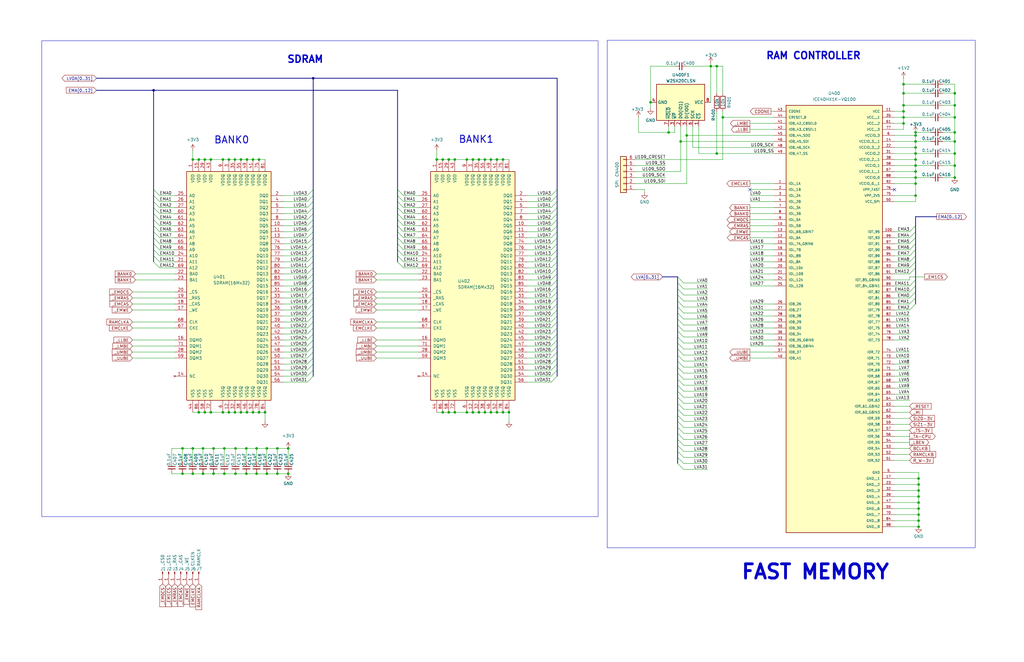
<source format=kicad_sch>
(kicad_sch (version 20231120) (generator "eeschema") (generator_version "8.0")
  (paper "B")
  (title_block (title "AmigaPCI 68040 Local Bus Card") (date "2025-08-14") (rev "5.0"))
  (junction (at 304.8 49.53))
  (junction (at 386.08 55.88))
  (junction (at 214.63 173.99))
  (junction (at 90.043 199.898))
  (junction (at 386.08 62.23))
  (junction (at 186.69 67.31))
  (junction (at 281.94 55.88))
  (junction (at 199.39 173.99))
  (junction (at 387.35 209.55))
  (junction (at 112.522 189.23))
  (junction (at 212.09 173.99))
  (junction (at 402.59 69.85))
  (junction (at 81.28 189.23))
  (junction (at 402.59 39.37))
  (junction (at 111.76 173.99))
  (junction (at 101.6 173.99))
  (junction (at 274.32 43.18))
  (junction (at 184.15 67.31))
  (junction (at 83.82 173.99))
  (junction (at 386.08 67.31))
  (junction (at 204.47 67.31))
  (junction (at 88.9 67.31))
  (junction (at 201.93 173.99))
  (junction (at 96.52 173.99))
  (junction (at 381 35.56))
  (junction (at 207.01 67.31))
  (junction (at 93.98 173.99))
  (junction (at 209.55 173.99))
  (junction (at 81.28 199.898))
  (junction (at 108.204 189.23))
  (junction (at 386.08 64.77))
  (junction (at 189.23 67.31))
  (junction (at 299.72 27.94))
  (junction (at 381 52.07))
  (junction (at 116.967 199.898))
  (junction (at 207.01 173.99))
  (junction (at 64.77 38.1))
  (junction (at 88.9 173.99))
  (junction (at 302.26 64.77))
  (junction (at 94.615 189.23))
  (junction (at 85.598 189.23))
  (junction (at 94.615 199.898))
  (junction (at 201.93 67.31))
  (junction (at 108.204 199.898))
  (junction (at 93.98 67.31))
  (junction (at 387.35 219.71))
  (junction (at 196.85 173.99))
  (junction (at 386.08 59.69))
  (junction (at 189.23 173.99))
  (junction (at 402.59 64.77))
  (junction (at 106.68 173.99))
  (junction (at 402.59 49.53))
  (junction (at 204.47 173.99))
  (junction (at 76.962 199.898))
  (junction (at 289.56 57.15))
  (junction (at 90.043 189.23))
  (junction (at 99.314 189.23))
  (junction (at 121.539 199.898))
  (junction (at 302.26 27.94))
  (junction (at 387.35 207.01))
  (junction (at 199.39 67.31))
  (junction (at 386.08 82.55))
  (junction (at 381 39.37))
  (junction (at 386.08 69.85))
  (junction (at 121.539 189.23))
  (junction (at 191.77 173.99))
  (junction (at 109.22 67.31))
  (junction (at 76.962 189.23))
  (junction (at 104.14 67.31))
  (junction (at 112.522 199.898))
  (junction (at 386.08 72.39))
  (junction (at 103.886 189.23))
  (junction (at 101.6 67.31))
  (junction (at 402.59 44.45))
  (junction (at 116.967 189.23))
  (junction (at 96.52 67.31))
  (junction (at 209.55 67.31))
  (junction (at 85.598 199.898))
  (junction (at 81.28 67.31))
  (junction (at 103.886 199.898))
  (junction (at 402.59 55.88))
  (junction (at 132.08 33.02))
  (junction (at 86.36 67.31))
  (junction (at 387.35 204.47))
  (junction (at 212.09 67.31))
  (junction (at 196.85 67.31))
  (junction (at 86.36 173.99))
  (junction (at 387.35 201.93))
  (junction (at 99.06 173.99))
  (junction (at 381 46.99))
  (junction (at 83.82 67.31))
  (junction (at 386.08 57.15))
  (junction (at 99.314 199.898))
  (junction (at 387.35 212.09))
  (junction (at 387.35 222.25))
  (junction (at 104.14 173.99))
  (junction (at 387.35 214.63))
  (junction (at 402.59 74.93))
  (junction (at 386.08 77.47))
  (junction (at 381 44.45))
  (junction (at 109.22 173.99))
  (junction (at 386.08 74.93))
  (junction (at 387.35 217.17))
  (junction (at 191.77 67.31))
  (junction (at 186.69 173.99))
  (junction (at 402.59 59.69))
  (junction (at 381 49.53))
  (junction (at 106.68 67.31))
  (junction (at 287.02 59.69))
  (junction (at 99.06 67.31))
  (no_connect (at 316.23 80.01))
  (no_connect (at 377.19 80.01))
  (bus_entry (at 129.54 140.97) (size 2.54 -2.54))
  (bus_entry (at 129.54 130.81) (size 2.54 -2.54))
  (bus_entry (at 129.54 97.79) (size 2.54 -2.54))
  (bus_entry (at 288.29 162.56) (size -2.54 -2.54))
  (bus_entry (at 170.18 107.95) (size -2.54 -2.54))
  (bus_entry (at 288.29 132.08) (size -2.54 -2.54))
  (bus_entry (at 288.29 165.1) (size -2.54 -2.54))
  (bus_entry (at 383.54 120.65) (size 2.54 -2.54))
  (bus_entry (at 67.31 102.87) (size -2.54 -2.54))
  (bus_entry (at 383.54 113.03) (size 2.54 -2.54))
  (bus_entry (at 288.29 182.88) (size -2.54 -2.54))
  (bus_entry (at 67.31 97.79) (size -2.54 -2.54))
  (bus_entry (at 232.41 133.35) (size 2.54 -2.54))
  (bus_entry (at 288.29 119.38) (size -2.54 -2.54))
  (bus_entry (at 170.18 102.87) (size -2.54 -2.54))
  (bus_entry (at 288.29 127) (size -2.54 -2.54))
  (bus_entry (at 288.29 198.12) (size -2.54 -2.54))
  (bus_entry (at 129.54 100.33) (size 2.54 -2.54))
  (bus_entry (at 67.31 100.33) (size -2.54 -2.54))
  (bus_entry (at 129.54 146.05) (size 2.54 -2.54))
  (bus_entry (at 288.29 185.42) (size -2.54 -2.54))
  (bus_entry (at 170.18 85.09) (size -2.54 -2.54))
  (bus_entry (at 288.29 167.64) (size -2.54 -2.54))
  (bus_entry (at 288.29 172.72) (size -2.54 -2.54))
  (bus_entry (at 67.31 85.09) (size -2.54 -2.54))
  (bus_entry (at 232.41 100.33) (size 2.54 -2.54))
  (bus_entry (at 383.54 105.41) (size 2.54 -2.54))
  (bus_entry (at 129.54 110.49) (size 2.54 -2.54))
  (bus_entry (at 383.54 110.49) (size 2.54 -2.54))
  (bus_entry (at 288.29 137.16) (size -2.54 -2.54))
  (bus_entry (at 129.54 115.57) (size 2.54 -2.54))
  (bus_entry (at 288.29 152.4) (size -2.54 -2.54))
  (bus_entry (at 67.31 92.71) (size -2.54 -2.54))
  (bus_entry (at 232.41 140.97) (size 2.54 -2.54))
  (bus_entry (at 129.54 161.29) (size 2.54 -2.54))
  (bus_entry (at 129.54 156.21) (size 2.54 -2.54))
  (bus_entry (at 170.18 82.55) (size -2.54 -2.54))
  (bus_entry (at 129.54 148.59) (size 2.54 -2.54))
  (bus_entry (at 129.54 87.63) (size 2.54 -2.54))
  (bus_entry (at 383.54 130.81) (size 2.54 -2.54))
  (bus_entry (at 288.29 121.92) (size -2.54 -2.54))
  (bus_entry (at 129.54 92.71) (size 2.54 -2.54))
  (bus_entry (at 383.54 107.95) (size 2.54 -2.54))
  (bus_entry (at 170.18 97.79) (size -2.54 -2.54))
  (bus_entry (at 232.41 118.11) (size 2.54 -2.54))
  (bus_entry (at 67.31 113.03) (size -2.54 -2.54))
  (bus_entry (at 129.54 125.73) (size 2.54 -2.54))
  (bus_entry (at 383.54 100.33) (size 2.54 -2.54))
  (bus_entry (at 232.41 146.05) (size 2.54 -2.54))
  (bus_entry (at 288.29 187.96) (size -2.54 -2.54))
  (bus_entry (at 129.54 82.55) (size 2.54 -2.54))
  (bus_entry (at 170.18 113.03) (size -2.54 -2.54))
  (bus_entry (at 67.31 105.41) (size -2.54 -2.54))
  (bus_entry (at 288.29 180.34) (size -2.54 -2.54))
  (bus_entry (at 232.41 156.21) (size 2.54 -2.54))
  (bus_entry (at 288.29 129.54) (size -2.54 -2.54))
  (bus_entry (at 232.41 107.95) (size 2.54 -2.54))
  (bus_entry (at 129.54 158.75) (size 2.54 -2.54))
  (bus_entry (at 383.54 125.73) (size 2.54 -2.54))
  (bus_entry (at 67.31 110.49) (size -2.54 -2.54))
  (bus_entry (at 232.41 128.27) (size 2.54 -2.54))
  (bus_entry (at 170.18 90.17) (size -2.54 -2.54))
  (bus_entry (at 129.54 133.35) (size 2.54 -2.54))
  (bus_entry (at 129.54 123.19) (size 2.54 -2.54))
  (bus_entry (at 288.29 170.18) (size -2.54 -2.54))
  (bus_entry (at 383.54 102.87) (size 2.54 -2.54))
  (bus_entry (at 232.41 153.67) (size 2.54 -2.54))
  (bus_entry (at 129.54 153.67) (size 2.54 -2.54))
  (bus_entry (at 288.29 139.7) (size -2.54 -2.54))
  (bus_entry (at 232.41 113.03) (size 2.54 -2.54))
  (bus_entry (at 129.54 143.51) (size 2.54 -2.54))
  (bus_entry (at 232.41 97.79) (size 2.54 -2.54))
  (bus_entry (at 232.41 90.17) (size 2.54 -2.54))
  (bus_entry (at 232.41 95.25) (size 2.54 -2.54))
  (bus_entry (at 129.54 90.17) (size 2.54 -2.54))
  (bus_entry (at 232.41 138.43) (size 2.54 -2.54))
  (bus_entry (at 232.41 130.81) (size 2.54 -2.54))
  (bus_entry (at 232.41 158.75) (size 2.54 -2.54))
  (bus_entry (at 232.41 102.87) (size 2.54 -2.54))
  (bus_entry (at 232.41 151.13) (size 2.54 -2.54))
  (bus_entry (at 170.18 105.41) (size -2.54 -2.54))
  (bus_entry (at 232.41 125.73) (size 2.54 -2.54))
  (bus_entry (at 170.18 95.25) (size -2.54 -2.54))
  (bus_entry (at 129.54 120.65) (size 2.54 -2.54))
  (bus_entry (at 232.41 105.41) (size 2.54 -2.54))
  (bus_entry (at 232.41 115.57) (size 2.54 -2.54))
  (bus_entry (at 129.54 95.25) (size 2.54 -2.54))
  (bus_entry (at 232.41 143.51) (size 2.54 -2.54))
  (bus_entry (at 129.54 113.03) (size 2.54 -2.54))
  (bus_entry (at 67.31 107.95) (size -2.54 -2.54))
  (bus_entry (at 67.31 87.63) (size -2.54 -2.54))
  (bus_entry (at 170.18 87.63) (size -2.54 -2.54))
  (bus_entry (at 288.29 134.62) (size -2.54 -2.54))
  (bus_entry (at 129.54 118.11) (size 2.54 -2.54))
  (bus_entry (at 288.29 149.86) (size -2.54 -2.54))
  (bus_entry (at 67.31 90.17) (size -2.54 -2.54))
  (bus_entry (at 288.29 175.26) (size -2.54 -2.54))
  (bus_entry (at 129.54 102.87) (size 2.54 -2.54))
  (bus_entry (at 288.29 177.8) (size -2.54 -2.54))
  (bus_entry (at 232.41 161.29) (size 2.54 -2.54))
  (bus_entry (at 129.54 107.95) (size 2.54 -2.54))
  (bus_entry (at 383.54 128.27) (size 2.54 -2.54))
  (bus_entry (at 232.41 120.65) (size 2.54 -2.54))
  (bus_entry (at 170.18 100.33) (size -2.54 -2.54))
  (bus_entry (at 288.29 124.46) (size -2.54 -2.54))
  (bus_entry (at 288.29 190.5) (size -2.54 -2.54))
  (bus_entry (at 288.29 195.58) (size -2.54 -2.54))
  (bus_entry (at 232.41 85.09) (size 2.54 -2.54))
  (bus_entry (at 288.29 157.48) (size -2.54 -2.54))
  (bus_entry (at 232.41 110.49) (size 2.54 -2.54))
  (bus_entry (at 67.31 95.25) (size -2.54 -2.54))
  (bus_entry (at 129.54 105.41) (size 2.54 -2.54))
  (bus_entry (at 383.54 123.19) (size 2.54 -2.54))
  (bus_entry (at 129.54 85.09) (size 2.54 -2.54))
  (bus_entry (at 170.18 110.49) (size -2.54 -2.54))
  (bus_entry (at 232.41 135.89) (size 2.54 -2.54))
  (bus_entry (at 129.54 128.27) (size 2.54 -2.54))
  (bus_entry (at 288.29 142.24) (size -2.54 -2.54))
  (bus_entry (at 170.18 92.71) (size -2.54 -2.54))
  (bus_entry (at 232.41 148.59) (size 2.54 -2.54))
  (bus_entry (at 383.54 97.79) (size 2.54 -2.54))
  (bus_entry (at 129.54 138.43) (size 2.54 -2.54))
  (bus_entry (at 288.29 193.04) (size -2.54 -2.54))
  (bus_entry (at 288.29 160.02) (size -2.54 -2.54))
  (bus_entry (at 129.54 151.13) (size 2.54 -2.54))
  (bus_entry (at 232.41 123.19) (size 2.54 -2.54))
  (bus_entry (at 232.41 82.55) (size 2.54 -2.54))
  (bus_entry (at 288.29 144.78) (size -2.54 -2.54))
  (bus_entry (at 383.54 115.57) (size 2.54 -2.54))
  (bus_entry (at 232.41 87.63) (size 2.54 -2.54))
  (bus_entry (at 288.29 154.94) (size -2.54 -2.54))
  (bus_entry (at 288.29 147.32) (size -2.54 -2.54))
  (bus_entry (at 129.54 135.89) (size 2.54 -2.54))
  (bus_entry (at 232.41 92.71) (size 2.54 -2.54))
  (bus_entry (at 67.31 82.55) (size -2.54 -2.54))
  (wire (pts (xy 397.51 39.37) (xy 402.59 39.37)))
  (wire (pts (xy 267.97 67.31) (xy 304.8 67.31)))
  (wire (pts (xy 90.043 189.23) (xy 90.043 194.818)))
  (wire (pts (xy 381 39.37) (xy 392.43 39.37)))
  (wire (pts (xy 222.25 161.29) (xy 232.41 161.29)))
  (wire (pts (xy 121.539 189.23) (xy 121.539 194.818)))
  (wire (pts (xy 103.886 199.898) (xy 99.314 199.898)))
  (wire (pts (xy 302.26 27.94) (xy 304.8 27.94)))
  (bus (pts (xy 285.75 119.38) (xy 285.75 121.92)))
  (bus (pts (xy 285.75 124.46) (xy 285.75 127)))
  (wire (pts (xy 383.54 118.11) (xy 383.54 116.84)))
  (wire (pts (xy 299.72 43.18) (xy 299.72 27.94)))
  (wire (pts (xy 55.88 128.27) (xy 73.66 128.27)))
  (bus (pts (xy 167.64 102.87) (xy 167.64 105.41)))
  (wire (pts (xy 381 49.53) (xy 381 52.07)))
  (wire (pts (xy 99.314 189.23) (xy 103.886 189.23)))
  (wire (pts (xy 86.36 173.99) (xy 88.9 173.99)))
  (wire (pts (xy 316.23 130.81) (xy 326.39 130.81)))
  (wire (pts (xy 383.54 181.61) (xy 377.19 181.61)))
  (wire (pts (xy 116.967 189.23) (xy 116.967 194.818)))
  (bus (pts (xy 285.75 134.62) (xy 285.75 137.16)))
  (wire (pts (xy 119.38 87.63) (xy 129.54 87.63)))
  (wire (pts (xy 85.598 199.898) (xy 90.043 199.898)))
  (wire (pts (xy 397.51 69.85) (xy 402.59 69.85)))
  (wire (pts (xy 316.23 148.59) (xy 326.39 148.59)))
  (bus (pts (xy 234.95 130.81) (xy 234.95 133.35)))
  (wire (pts (xy 377.19 62.23) (xy 386.08 62.23)))
  (wire (pts (xy 377.19 115.57) (xy 383.54 115.57)))
  (bus (pts (xy 285.75 147.32) (xy 285.75 149.86)))
  (wire (pts (xy 386.08 69.85) (xy 386.08 72.39)))
  (bus (pts (xy 285.75 172.72) (xy 285.75 175.26)))
  (wire (pts (xy 158.75 146.05) (xy 176.53 146.05)))
  (wire (pts (xy 383.54 153.67) (xy 377.19 153.67)))
  (bus (pts (xy 64.77 92.71) (xy 64.77 95.25)))
  (wire (pts (xy 72.39 194.818) (xy 72.39 189.23)))
  (bus (pts (xy 64.77 85.09) (xy 64.77 87.63)))
  (bus (pts (xy 132.08 153.67) (xy 132.08 156.21)))
  (wire (pts (xy 383.54 176.53) (xy 377.19 176.53)))
  (wire (pts (xy 316.23 146.05) (xy 326.39 146.05)))
  (wire (pts (xy 387.35 209.55) (xy 387.35 212.09)))
  (bus (pts (xy 64.77 90.17) (xy 64.77 92.71)))
  (wire (pts (xy 397.51 74.93) (xy 402.59 74.93)))
  (bus (pts (xy 234.95 115.57) (xy 234.95 118.11)))
  (wire (pts (xy 55.88 143.51) (xy 73.66 143.51)))
  (bus (pts (xy 234.95 113.03) (xy 234.95 115.57)))
  (wire (pts (xy 298.45 172.72) (xy 288.29 172.72)))
  (wire (pts (xy 383.54 151.13) (xy 377.19 151.13)))
  (wire (pts (xy 119.38 105.41) (xy 129.54 105.41)))
  (bus (pts (xy 132.08 92.71) (xy 132.08 95.25)))
  (bus (pts (xy 132.08 82.55) (xy 132.08 85.09)))
  (bus (pts (xy 167.64 107.95) (xy 167.64 110.49)))
  (wire (pts (xy 73.66 82.55) (xy 67.31 82.55)))
  (bus (pts (xy 132.08 102.87) (xy 132.08 105.41)))
  (wire (pts (xy 222.25 100.33) (xy 232.41 100.33)))
  (wire (pts (xy 81.28 67.31) (xy 81.28 63.5)))
  (wire (pts (xy 397.51 64.77) (xy 402.59 64.77)))
  (wire (pts (xy 386.08 74.93) (xy 386.08 77.47)))
  (wire (pts (xy 316.23 77.47) (xy 326.39 77.47)))
  (wire (pts (xy 73.66 90.17) (xy 67.31 90.17)))
  (wire (pts (xy 383.54 135.89) (xy 377.19 135.89)))
  (wire (pts (xy 316.23 85.09) (xy 326.39 85.09)))
  (bus (pts (xy 132.08 115.57) (xy 132.08 118.11)))
  (wire (pts (xy 85.598 189.23) (xy 90.043 189.23)))
  (wire (pts (xy 222.25 153.67) (xy 232.41 153.67)))
  (wire (pts (xy 292.1 62.23) (xy 326.39 62.23)))
  (wire (pts (xy 212.09 67.31) (xy 214.63 67.31)))
  (wire (pts (xy 386.08 74.93) (xy 392.43 74.93)))
  (wire (pts (xy 397.51 49.53) (xy 402.59 49.53)))
  (wire (pts (xy 103.886 189.23) (xy 108.204 189.23)))
  (wire (pts (xy 119.38 128.27) (xy 129.54 128.27)))
  (bus (pts (xy 234.95 120.65) (xy 234.95 123.19)))
  (wire (pts (xy 381 49.53) (xy 392.43 49.53)))
  (bus (pts (xy 234.95 110.49) (xy 234.95 113.03)))
  (wire (pts (xy 402.59 44.45) (xy 402.59 39.37)))
  (bus (pts (xy 132.08 133.35) (xy 132.08 135.89)))
  (wire (pts (xy 383.54 161.29) (xy 377.19 161.29)))
  (wire (pts (xy 381 35.56) (xy 381 39.37)))
  (wire (pts (xy 377.19 100.33) (xy 383.54 100.33)))
  (wire (pts (xy 383.54 148.59) (xy 377.19 148.59)))
  (bus (pts (xy 234.95 146.05) (xy 234.95 148.59)))
  (wire (pts (xy 377.19 59.69) (xy 386.08 59.69)))
  (wire (pts (xy 73.66 110.49) (xy 67.31 110.49)))
  (wire (pts (xy 298.45 152.4) (xy 288.29 152.4)))
  (wire (pts (xy 377.19 52.07) (xy 381 52.07)))
  (wire (pts (xy 73.66 92.71) (xy 67.31 92.71)))
  (wire (pts (xy 402.59 55.88) (xy 402.59 49.53)))
  (wire (pts (xy 287.02 72.39) (xy 267.97 72.39)))
  (wire (pts (xy 325.12 46.99) (xy 326.39 46.99)))
  (wire (pts (xy 397.51 59.69) (xy 402.59 59.69)))
  (wire (pts (xy 269.24 49.53) (xy 269.24 55.88)))
  (wire (pts (xy 383.54 168.91) (xy 377.19 168.91)))
  (wire (pts (xy 274.32 43.18) (xy 274.32 27.94)))
  (wire (pts (xy 222.25 120.65) (xy 232.41 120.65)))
  (bus (pts (xy 386.08 110.49) (xy 386.08 113.03)))
  (wire (pts (xy 298.45 142.24) (xy 288.29 142.24)))
  (bus (pts (xy 132.08 107.95) (xy 132.08 110.49)))
  (wire (pts (xy 119.38 123.19) (xy 129.54 123.19)))
  (wire (pts (xy 269.24 55.88) (xy 281.94 55.88)))
  (wire (pts (xy 377.19 113.03) (xy 383.54 113.03)))
  (bus (pts (xy 234.95 95.25) (xy 234.95 97.79)))
  (wire (pts (xy 299.72 27.94) (xy 299.72 26.67)))
  (wire (pts (xy 402.59 64.77) (xy 402.59 69.85)))
  (wire (pts (xy 377.19 219.71) (xy 387.35 219.71)))
  (wire (pts (xy 316.23 151.13) (xy 326.39 151.13)))
  (wire (pts (xy 377.19 222.25) (xy 387.35 222.25)))
  (bus (pts (xy 285.75 190.5) (xy 285.75 193.04)))
  (wire (pts (xy 55.88 135.89) (xy 73.66 135.89)))
  (bus (pts (xy 285.75 129.54) (xy 285.75 132.08)))
  (wire (pts (xy 158.75 148.59) (xy 176.53 148.59)))
  (wire (pts (xy 96.52 173.99) (xy 99.06 173.99)))
  (wire (pts (xy 73.66 115.57) (xy 57.15 115.57)))
  (wire (pts (xy 99.06 67.31) (xy 101.6 67.31)))
  (wire (pts (xy 76.962 189.23) (xy 81.28 189.23)))
  (wire (pts (xy 72.39 189.23) (xy 76.962 189.23)))
  (wire (pts (xy 109.22 173.99) (xy 111.76 173.99)))
  (wire (pts (xy 298.45 170.18) (xy 288.29 170.18)))
  (bus (pts (xy 132.08 140.97) (xy 132.08 143.51)))
  (wire (pts (xy 55.88 138.43) (xy 73.66 138.43)))
  (bus (pts (xy 234.95 97.79) (xy 234.95 100.33)))
  (wire (pts (xy 222.25 110.49) (xy 232.41 110.49)))
  (wire (pts (xy 316.23 128.27) (xy 326.39 128.27)))
  (wire (pts (xy 304.8 67.31) (xy 304.8 49.53)))
  (bus (pts (xy 285.75 139.7) (xy 285.75 142.24)))
  (wire (pts (xy 316.23 107.95) (xy 326.39 107.95)))
  (wire (pts (xy 302.26 27.94) (xy 299.72 27.94)))
  (bus (pts (xy 132.08 143.51) (xy 132.08 146.05)))
  (wire (pts (xy 109.22 67.31) (xy 111.76 67.31)))
  (wire (pts (xy 298.45 190.5) (xy 288.29 190.5)))
  (wire (pts (xy 191.77 173.99) (xy 196.85 173.99)))
  (wire (pts (xy 119.38 135.89) (xy 129.54 135.89)))
  (wire (pts (xy 104.14 173.99) (xy 106.68 173.99)))
  (wire (pts (xy 222.25 113.03) (xy 232.41 113.03)))
  (wire (pts (xy 104.14 67.31) (xy 106.68 67.31)))
  (wire (pts (xy 176.53 90.17) (xy 170.18 90.17)))
  (wire (pts (xy 381 35.56) (xy 392.43 35.56)))
  (wire (pts (xy 302.26 64.77) (xy 326.39 64.77)))
  (wire (pts (xy 184.15 173.99) (xy 186.69 173.99)))
  (wire (pts (xy 81.28 189.23) (xy 81.28 194.818)))
  (bus (pts (xy 234.95 80.01) (xy 234.95 82.55)))
  (wire (pts (xy 383.54 156.21) (xy 377.19 156.21)))
  (wire (pts (xy 189.23 67.31) (xy 191.77 67.31)))
  (bus (pts (xy 234.95 151.13) (xy 234.95 153.67)))
  (wire (pts (xy 326.39 59.69) (xy 287.02 59.69)))
  (wire (pts (xy 280.67 69.85) (xy 267.97 69.85)))
  (bus (pts (xy 285.75 160.02) (xy 285.75 162.56)))
  (wire (pts (xy 289.56 77.47) (xy 267.97 77.47)))
  (wire (pts (xy 83.82 173.99) (xy 86.36 173.99)))
  (wire (pts (xy 186.69 67.31) (xy 189.23 67.31)))
  (wire (pts (xy 55.88 151.13) (xy 73.66 151.13)))
  (bus (pts (xy 64.77 105.41) (xy 64.77 107.95)))
  (wire (pts (xy 207.01 67.31) (xy 209.55 67.31)))
  (wire (pts (xy 176.53 102.87) (xy 170.18 102.87)))
  (wire (pts (xy 386.08 62.23) (xy 386.08 64.77)))
  (wire (pts (xy 94.615 189.23) (xy 99.314 189.23)))
  (wire (pts (xy 386.08 64.77) (xy 392.43 64.77)))
  (wire (pts (xy 386.08 55.88) (xy 392.43 55.88)))
  (bus (pts (xy 64.77 38.1) (xy 167.64 38.1)))
  (wire (pts (xy 209.55 67.31) (xy 212.09 67.31)))
  (wire (pts (xy 316.23 95.25) (xy 326.39 95.25)))
  (wire (pts (xy 377.19 49.53) (xy 381 49.53)))
  (wire (pts (xy 304.8 39.37) (xy 304.8 27.94)))
  (wire (pts (xy 119.38 130.81) (xy 129.54 130.81)))
  (wire (pts (xy 116.967 189.23) (xy 121.539 189.23)))
  (wire (pts (xy 81.28 199.898) (xy 85.598 199.898)))
  (wire (pts (xy 93.98 173.99) (xy 96.52 173.99)))
  (wire (pts (xy 222.25 133.35) (xy 232.41 133.35)))
  (wire (pts (xy 280.67 74.93) (xy 267.97 74.93)))
  (wire (pts (xy 298.45 129.54) (xy 288.29 129.54)))
  (bus (pts (xy 234.95 85.09) (xy 234.95 87.63)))
  (bus (pts (xy 132.08 148.59) (xy 132.08 151.13)))
  (wire (pts (xy 386.08 59.69) (xy 386.08 62.23)))
  (wire (pts (xy 176.53 97.79) (xy 170.18 97.79)))
  (wire (pts (xy 386.08 69.85) (xy 392.43 69.85)))
  (wire (pts (xy 119.38 95.25) (xy 129.54 95.25)))
  (wire (pts (xy 55.88 130.81) (xy 73.66 130.81)))
  (wire (pts (xy 383.54 158.75) (xy 377.19 158.75)))
  (wire (pts (xy 377.19 107.95) (xy 383.54 107.95)))
  (wire (pts (xy 386.08 67.31) (xy 386.08 69.85)))
  (bus (pts (xy 285.75 127) (xy 285.75 129.54)))
  (wire (pts (xy 176.53 105.41) (xy 170.18 105.41)))
  (wire (pts (xy 298.45 121.92) (xy 288.29 121.92)))
  (wire (pts (xy 381 39.37) (xy 381 44.45)))
  (wire (pts (xy 119.38 107.95) (xy 129.54 107.95)))
  (wire (pts (xy 298.45 193.04) (xy 288.29 193.04)))
  (wire (pts (xy 284.48 53.34) (xy 284.48 55.88)))
  (bus (pts (xy 285.75 137.16) (xy 285.75 139.7)))
  (bus (pts (xy 386.08 107.95) (xy 386.08 110.49)))
  (bus (pts (xy 234.95 82.55) (xy 234.95 85.09)))
  (bus (pts (xy 64.77 87.63) (xy 64.77 90.17)))
  (bus (pts (xy 285.75 154.94) (xy 285.75 157.48)))
  (wire (pts (xy 289.56 53.34) (xy 289.56 57.15)))
  (wire (pts (xy 88.9 67.31) (xy 93.98 67.31)))
  (wire (pts (xy 383.54 194.31) (xy 377.19 194.31)))
  (wire (pts (xy 119.38 115.57) (xy 129.54 115.57)))
  (wire (pts (xy 222.25 82.55) (xy 232.41 82.55)))
  (wire (pts (xy 222.25 105.41) (xy 232.41 105.41)))
  (wire (pts (xy 289.56 57.15) (xy 326.39 57.15)))
  (wire (pts (xy 383.54 179.07) (xy 377.19 179.07)))
  (bus (pts (xy 386.08 123.19) (xy 386.08 125.73)))
  (wire (pts (xy 81.28 189.23) (xy 85.598 189.23)))
  (bus (pts (xy 285.75 187.96) (xy 285.75 190.5)))
  (wire (pts (xy 119.38 138.43) (xy 129.54 138.43)))
  (bus (pts (xy 132.08 151.13) (xy 132.08 153.67)))
  (bus (pts (xy 132.08 125.73) (xy 132.08 128.27)))
  (wire (pts (xy 55.88 123.19) (xy 73.66 123.19)))
  (wire (pts (xy 119.38 118.11) (xy 129.54 118.11)))
  (bus (pts (xy 132.08 146.05) (xy 132.08 148.59)))
  (wire (pts (xy 316.23 113.03) (xy 326.39 113.03)))
  (wire (pts (xy 383.54 171.45) (xy 377.19 171.45)))
  (bus (pts (xy 234.95 90.17) (xy 234.95 92.71)))
  (wire (pts (xy 383.54 116.84) (xy 389.89 116.84)))
  (wire (pts (xy 377.19 97.79) (xy 383.54 97.79)))
  (wire (pts (xy 377.19 110.49) (xy 383.54 110.49)))
  (bus (pts (xy 386.08 113.03) (xy 386.08 118.11)))
  (wire (pts (xy 222.25 95.25) (xy 232.41 95.25)))
  (bus (pts (xy 234.95 87.63) (xy 234.95 90.17)))
  (wire (pts (xy 316.23 102.87) (xy 326.39 102.87)))
  (wire (pts (xy 299.72 27.94) (xy 289.56 27.94)))
  (bus (pts (xy 285.75 144.78) (xy 285.75 147.32)))
  (wire (pts (xy 119.38 140.97) (xy 129.54 140.97)))
  (wire (pts (xy 222.25 102.87) (xy 232.41 102.87)))
  (wire (pts (xy 101.6 173.99) (xy 104.14 173.99)))
  (wire (pts (xy 106.68 67.31) (xy 109.22 67.31)))
  (wire (pts (xy 111.76 173.99) (xy 111.76 177.8)))
  (bus (pts (xy 132.08 120.65) (xy 132.08 123.19)))
  (wire (pts (xy 381 52.07) (xy 381 54.61)))
  (bus (pts (xy 386.08 95.25) (xy 386.08 97.79)))
  (bus (pts (xy 167.64 87.63) (xy 167.64 90.17)))
  (wire (pts (xy 316.23 140.97) (xy 326.39 140.97)))
  (wire (pts (xy 383.54 191.77) (xy 377.19 191.77)))
  (bus (pts (xy 132.08 80.01) (xy 132.08 82.55)))
  (wire (pts (xy 298.45 139.7) (xy 288.29 139.7)))
  (wire (pts (xy 316.23 143.51) (xy 326.39 143.51)))
  (wire (pts (xy 316.23 120.65) (xy 326.39 120.65)))
  (bus (pts (xy 285.75 116.84) (xy 279.4 116.84)))
  (wire (pts (xy 176.53 107.95) (xy 170.18 107.95)))
  (wire (pts (xy 73.66 102.87) (xy 67.31 102.87)))
  (wire (pts (xy 386.08 59.69) (xy 392.43 59.69)))
  (bus (pts (xy 285.75 132.08) (xy 285.75 134.62)))
  (wire (pts (xy 287.02 59.69) (xy 287.02 72.39)))
  (wire (pts (xy 222.25 140.97) (xy 232.41 140.97)))
  (wire (pts (xy 73.66 100.33) (xy 67.31 100.33)))
  (wire (pts (xy 294.64 64.77) (xy 294.64 53.34)))
  (bus (pts (xy 285.75 185.42) (xy 285.75 187.96)))
  (bus (pts (xy 386.08 102.87) (xy 386.08 105.41)))
  (wire (pts (xy 158.75 135.89) (xy 176.53 135.89)))
  (wire (pts (xy 204.47 67.31) (xy 207.01 67.31)))
  (wire (pts (xy 108.204 189.23) (xy 108.204 194.818)))
  (wire (pts (xy 222.25 130.81) (xy 232.41 130.81)))
  (wire (pts (xy 101.6 67.31) (xy 104.14 67.31)))
  (bus (pts (xy 40.64 33.02) (xy 132.08 33.02)))
  (wire (pts (xy 387.35 212.09) (xy 387.35 214.63)))
  (bus (pts (xy 234.95 128.27) (xy 234.95 130.81)))
  (wire (pts (xy 316.23 133.35) (xy 326.39 133.35)))
  (wire (pts (xy 119.38 102.87) (xy 129.54 102.87)))
  (wire (pts (xy 402.59 59.69) (xy 402.59 64.77)))
  (wire (pts (xy 222.25 123.19) (xy 232.41 123.19)))
  (bus (pts (xy 64.77 102.87) (xy 64.77 105.41)))
  (wire (pts (xy 298.45 119.38) (xy 288.29 119.38)))
  (wire (pts (xy 281.94 55.88) (xy 284.48 55.88)))
  (wire (pts (xy 298.45 147.32) (xy 288.29 147.32)))
  (wire (pts (xy 85.598 189.23) (xy 85.598 194.818)))
  (wire (pts (xy 176.53 118.11) (xy 158.75 118.11)))
  (wire (pts (xy 176.53 85.09) (xy 170.18 85.09)))
  (wire (pts (xy 387.35 207.01) (xy 387.35 209.55)))
  (wire (pts (xy 316.23 110.49) (xy 326.39 110.49)))
  (bus (pts (xy 234.95 33.02) (xy 234.95 80.01)))
  (bus (pts (xy 234.95 153.67) (xy 234.95 156.21)))
  (bus (pts (xy 285.75 175.26) (xy 285.75 177.8)))
  (wire (pts (xy 73.66 97.79) (xy 67.31 97.79)))
  (wire (pts (xy 90.043 199.898) (xy 94.615 199.898)))
  (bus (pts (xy 132.08 130.81) (xy 132.08 133.35)))
  (wire (pts (xy 377.19 67.31) (xy 386.08 67.31)))
  (wire (pts (xy 386.08 55.88) (xy 386.08 57.15)))
  (wire (pts (xy 222.25 128.27) (xy 232.41 128.27)))
  (wire (pts (xy 184.15 67.31) (xy 186.69 67.31)))
  (wire (pts (xy 298.45 175.26) (xy 288.29 175.26)))
  (bus (pts (xy 285.75 193.04) (xy 285.75 195.58)))
  (wire (pts (xy 298.45 182.88) (xy 288.29 182.88)))
  (wire (pts (xy 316.23 92.71) (xy 326.39 92.71)))
  (wire (pts (xy 222.25 85.09) (xy 232.41 85.09)))
  (bus (pts (xy 285.75 182.88) (xy 285.75 185.42)))
  (wire (pts (xy 316.23 82.55) (xy 326.39 82.55)))
  (wire (pts (xy 381 33.02) (xy 381 35.56)))
  (wire (pts (xy 119.38 133.35) (xy 129.54 133.35)))
  (wire (pts (xy 298.45 157.48) (xy 288.29 157.48)))
  (wire (pts (xy 158.75 138.43) (xy 176.53 138.43)))
  (wire (pts (xy 73.66 118.11) (xy 57.15 118.11)))
  (wire (pts (xy 281.94 53.34) (xy 281.94 55.88)))
  (wire (pts (xy 377.19 77.47) (xy 386.08 77.47)))
  (wire (pts (xy 76.962 199.898) (xy 81.28 199.898)))
  (wire (pts (xy 176.53 115.57) (xy 158.75 115.57)))
  (bus (pts (xy 167.64 105.41) (xy 167.64 107.95)))
  (wire (pts (xy 199.39 173.99) (xy 201.93 173.99)))
  (wire (pts (xy 73.66 85.09) (xy 67.31 85.09)))
  (wire (pts (xy 112.522 189.23) (xy 116.967 189.23)))
  (wire (pts (xy 298.45 180.34) (xy 288.29 180.34)))
  (wire (pts (xy 76.962 189.23) (xy 76.962 194.818)))
  (wire (pts (xy 119.38 82.55) (xy 129.54 82.55)))
  (wire (pts (xy 119.38 100.33) (xy 129.54 100.33)))
  (wire (pts (xy 222.25 87.63) (xy 232.41 87.63)))
  (wire (pts (xy 158.75 143.51) (xy 176.53 143.51)))
  (wire (pts (xy 222.25 151.13) (xy 232.41 151.13)))
  (bus (pts (xy 285.75 162.56) (xy 285.75 165.1)))
  (wire (pts (xy 383.54 143.51) (xy 377.19 143.51)))
  (wire (pts (xy 108.204 189.23) (xy 112.522 189.23)))
  (wire (pts (xy 222.25 143.51) (xy 232.41 143.51)))
  (wire (pts (xy 402.59 35.56) (xy 397.51 35.56)))
  (bus (pts (xy 234.95 148.59) (xy 234.95 151.13)))
  (bus (pts (xy 132.08 118.11) (xy 132.08 120.65)))
  (wire (pts (xy 383.54 184.15) (xy 377.19 184.15)))
  (wire (pts (xy 377.19 201.93) (xy 387.35 201.93)))
  (wire (pts (xy 387.35 217.17) (xy 387.35 219.71)))
  (wire (pts (xy 112.522 189.23) (xy 112.522 194.818)))
  (wire (pts (xy 222.25 148.59) (xy 232.41 148.59)))
  (wire (pts (xy 381 46.99) (xy 381 49.53)))
  (bus (pts (xy 64.77 100.33) (xy 64.77 102.87)))
  (bus (pts (xy 132.08 85.09) (xy 132.08 87.63)))
  (wire (pts (xy 96.52 67.31) (xy 99.06 67.31)))
  (wire (pts (xy 106.68 173.99) (xy 109.22 173.99)))
  (wire (pts (xy 302.26 46.99) (xy 302.26 64.77)))
  (wire (pts (xy 292.1 62.23) (xy 292.1 53.34)))
  (wire (pts (xy 201.93 173.99) (xy 204.47 173.99)))
  (wire (pts (xy 119.38 90.17) (xy 129.54 90.17)))
  (bus (pts (xy 132.08 156.21) (xy 132.08 158.75)))
  (wire (pts (xy 112.522 199.898) (xy 116.967 199.898)))
  (wire (pts (xy 116.967 199.898) (xy 121.539 199.898)))
  (wire (pts (xy 93.98 67.31) (xy 96.52 67.31)))
  (wire (pts (xy 386.08 57.15) (xy 386.08 59.69)))
  (wire (pts (xy 383.54 130.81) (xy 377.19 130.81)))
  (wire (pts (xy 119.38 148.59) (xy 129.54 148.59)))
  (wire (pts (xy 316.23 105.41) (xy 326.39 105.41)))
  (wire (pts (xy 402.59 49.53) (xy 402.59 44.45)))
  (wire (pts (xy 289.56 77.47) (xy 289.56 57.15)))
  (wire (pts (xy 222.25 118.11) (xy 232.41 118.11)))
  (wire (pts (xy 55.88 146.05) (xy 73.66 146.05)))
  (wire (pts (xy 383.54 166.37) (xy 377.19 166.37)))
  (bus (pts (xy 285.75 142.24) (xy 285.75 144.78)))
  (wire (pts (xy 158.75 128.27) (xy 176.53 128.27)))
  (wire (pts (xy 158.75 123.19) (xy 176.53 123.19)))
  (wire (pts (xy 387.35 219.71) (xy 387.35 222.25)))
  (wire (pts (xy 377.19 64.77) (xy 386.08 64.77)))
  (wire (pts (xy 199.39 67.31) (xy 201.93 67.31)))
  (wire (pts (xy 377.19 57.15) (xy 386.08 57.15)))
  (bus (pts (xy 132.08 90.17) (xy 132.08 92.71)))
  (wire (pts (xy 386.08 82.55) (xy 386.08 85.09)))
  (wire (pts (xy 316.23 100.33) (xy 326.39 100.33)))
  (wire (pts (xy 267.97 80.01) (xy 271.78 80.01)))
  (wire (pts (xy 383.54 133.35) (xy 377.19 133.35)))
  (wire (pts (xy 94.615 199.898) (xy 99.314 199.898)))
  (bus (pts (xy 386.08 91.44) (xy 394.97 91.44)))
  (wire (pts (xy 316.23 52.07) (xy 326.39 52.07)))
  (wire (pts (xy 103.886 189.23) (xy 103.886 194.818)))
  (bus (pts (xy 285.75 121.92) (xy 285.75 124.46)))
  (wire (pts (xy 176.53 110.49) (xy 170.18 110.49)))
  (bus (pts (xy 234.95 156.21) (xy 234.95 158.75)))
  (wire (pts (xy 316.23 115.57) (xy 326.39 115.57)))
  (wire (pts (xy 377.19 72.39) (xy 386.08 72.39)))
  (wire (pts (xy 81.28 67.31) (xy 83.82 67.31)))
  (wire (pts (xy 196.85 173.99) (xy 199.39 173.99)))
  (bus (pts (xy 132.08 113.03) (xy 132.08 115.57)))
  (wire (pts (xy 222.25 138.43) (xy 232.41 138.43)))
  (wire (pts (xy 386.08 77.47) (xy 386.08 82.55)))
  (bus (pts (xy 40.64 38.1) (xy 64.77 38.1)))
  (wire (pts (xy 274.32 27.94) (xy 284.48 27.94)))
  (wire (pts (xy 222.25 158.75) (xy 232.41 158.75)))
  (wire (pts (xy 377.19 118.11) (xy 383.54 118.11)))
  (wire (pts (xy 298.45 149.86) (xy 288.29 149.86)))
  (wire (pts (xy 377.19 102.87) (xy 383.54 102.87)))
  (wire (pts (xy 176.53 82.55) (xy 170.18 82.55)))
  (wire (pts (xy 119.38 156.21) (xy 129.54 156.21)))
  (bus (pts (xy 234.95 92.71) (xy 234.95 95.25)))
  (bus (pts (xy 167.64 80.01) (xy 167.64 82.55)))
  (wire (pts (xy 397.51 44.45) (xy 402.59 44.45)))
  (wire (pts (xy 158.75 130.81) (xy 176.53 130.81)))
  (bus (pts (xy 64.77 95.25) (xy 64.77 97.79)))
  (wire (pts (xy 377.19 214.63) (xy 387.35 214.63)))
  (wire (pts (xy 158.75 125.73) (xy 176.53 125.73)))
  (bus (pts (xy 386.08 118.11) (xy 386.08 120.65)))
  (wire (pts (xy 271.78 80.01) (xy 271.78 81.28)))
  (wire (pts (xy 298.45 167.64) (xy 288.29 167.64)))
  (bus (pts (xy 64.77 97.79) (xy 64.77 100.33)))
  (wire (pts (xy 55.88 125.73) (xy 73.66 125.73)))
  (bus (pts (xy 132.08 123.19) (xy 132.08 125.73)))
  (wire (pts (xy 73.66 105.41) (xy 67.31 105.41)))
  (bus (pts (xy 132.08 33.02) (xy 234.95 33.02)))
  (wire (pts (xy 83.82 67.31) (xy 86.36 67.31)))
  (wire (pts (xy 119.38 158.75) (xy 129.54 158.75)))
  (wire (pts (xy 298.45 187.96) (xy 288.29 187.96)))
  (bus (pts (xy 167.64 85.09) (xy 167.64 87.63)))
  (wire (pts (xy 377.19 69.85) (xy 386.08 69.85)))
  (bus (pts (xy 285.75 165.1) (xy 285.75 167.64)))
  (wire (pts (xy 316.23 87.63) (xy 326.39 87.63)))
  (bus (pts (xy 64.77 38.1) (xy 64.77 80.01)))
  (wire (pts (xy 103.886 199.898) (xy 108.204 199.898)))
  (bus (pts (xy 167.64 92.71) (xy 167.64 95.25)))
  (wire (pts (xy 377.19 125.73) (xy 383.54 125.73)))
  (bus (pts (xy 132.08 135.89) (xy 132.08 138.43)))
  (wire (pts (xy 386.08 72.39) (xy 386.08 74.93)))
  (wire (pts (xy 176.53 95.25) (xy 170.18 95.25)))
  (wire (pts (xy 119.38 92.71) (xy 129.54 92.71)))
  (wire (pts (xy 73.66 113.03) (xy 67.31 113.03)))
  (bus (pts (xy 234.95 107.95) (xy 234.95 110.49)))
  (bus (pts (xy 234.95 100.33) (xy 234.95 102.87)))
  (wire (pts (xy 88.9 173.99) (xy 93.98 173.99)))
  (wire (pts (xy 222.25 156.21) (xy 232.41 156.21)))
  (wire (pts (xy 214.63 173.99) (xy 214.63 177.8)))
  (wire (pts (xy 377.19 212.09) (xy 387.35 212.09)))
  (wire (pts (xy 298.45 132.08) (xy 288.29 132.08)))
  (wire (pts (xy 119.38 97.79) (xy 129.54 97.79)))
  (wire (pts (xy 212.09 173.99) (xy 214.63 173.99)))
  (wire (pts (xy 383.54 163.83) (xy 377.19 163.83)))
  (bus (pts (xy 285.75 167.64) (xy 285.75 170.18)))
  (wire (pts (xy 316.23 97.79) (xy 326.39 97.79)))
  (bus (pts (xy 132.08 128.27) (xy 132.08 130.81)))
  (wire (pts (xy 186.69 173.99) (xy 189.23 173.99)))
  (wire (pts (xy 73.66 87.63) (xy 67.31 87.63)))
  (wire (pts (xy 304.8 49.53) (xy 304.8 46.99)))
  (wire (pts (xy 387.35 214.63) (xy 387.35 217.17)))
  (wire (pts (xy 176.53 92.71) (xy 170.18 92.71)))
  (wire (pts (xy 316.23 135.89) (xy 326.39 135.89)))
  (wire (pts (xy 298.45 127) (xy 288.29 127)))
  (wire (pts (xy 383.54 138.43) (xy 377.19 138.43)))
  (wire (pts (xy 316.23 54.61) (xy 326.39 54.61)))
  (wire (pts (xy 304.8 49.53) (xy 326.39 49.53)))
  (wire (pts (xy 119.38 120.65) (xy 129.54 120.65)))
  (wire (pts (xy 377.19 123.19) (xy 383.54 123.19)))
  (wire (pts (xy 86.36 67.31) (xy 88.9 67.31)))
  (wire (pts (xy 298.45 160.02) (xy 288.29 160.02)))
  (wire (pts (xy 377.19 204.47) (xy 387.35 204.47)))
  (bus (pts (xy 234.95 143.51) (xy 234.95 146.05)))
  (bus (pts (xy 234.95 105.41) (xy 234.95 107.95)))
  (bus (pts (xy 234.95 118.11) (xy 234.95 120.65)))
  (wire (pts (xy 386.08 64.77) (xy 386.08 67.31)))
  (wire (pts (xy 377.19 217.17) (xy 387.35 217.17)))
  (wire (pts (xy 377.19 46.99) (xy 381 46.99)))
  (wire (pts (xy 387.35 199.39) (xy 387.35 201.93)))
  (wire (pts (xy 298.45 195.58) (xy 288.29 195.58)))
  (wire (pts (xy 381 44.45) (xy 381 46.99)))
  (bus (pts (xy 234.95 123.19) (xy 234.95 125.73)))
  (wire (pts (xy 298.45 177.8) (xy 288.29 177.8)))
  (wire (pts (xy 207.01 173.99) (xy 209.55 173.99)))
  (wire (pts (xy 383.54 186.69) (xy 377.19 186.69)))
  (wire (pts (xy 108.204 199.898) (xy 112.522 199.898)))
  (bus (pts (xy 386.08 120.65) (xy 386.08 123.19)))
  (bus (pts (xy 132.08 33.02) (xy 132.08 80.01)))
  (wire (pts (xy 119.38 143.51) (xy 129.54 143.51)))
  (wire (pts (xy 99.06 173.99) (xy 101.6 173.99)))
  (wire (pts (xy 377.19 207.01) (xy 387.35 207.01)))
  (wire (pts (xy 222.25 135.89) (xy 232.41 135.89)))
  (bus (pts (xy 167.64 100.33) (xy 167.64 102.87)))
  (bus (pts (xy 234.95 125.73) (xy 234.95 128.27)))
  (bus (pts (xy 386.08 97.79) (xy 386.08 100.33)))
  (wire (pts (xy 73.66 95.25) (xy 67.31 95.25)))
  (wire (pts (xy 191.77 67.31) (xy 196.85 67.31)))
  (bus (pts (xy 285.75 170.18) (xy 285.75 172.72)))
  (wire (pts (xy 397.51 55.88) (xy 402.59 55.88)))
  (wire (pts (xy 222.25 115.57) (xy 232.41 115.57)))
  (bus (pts (xy 386.08 105.41) (xy 386.08 107.95)))
  (wire (pts (xy 383.54 189.23) (xy 377.19 189.23)))
  (wire (pts (xy 204.47 173.99) (xy 207.01 173.99)))
  (wire (pts (xy 386.08 85.09) (xy 377.19 85.09)))
  (wire (pts (xy 189.23 173.99) (xy 191.77 173.99)))
  (wire (pts (xy 222.25 92.71) (xy 232.41 92.71)))
  (wire (pts (xy 119.38 161.29) (xy 129.54 161.29)))
  (wire (pts (xy 196.85 67.31) (xy 199.39 67.31)))
  (wire (pts (xy 287.02 59.69) (xy 287.02 53.34)))
  (wire (pts (xy 377.19 209.55) (xy 387.35 209.55)))
  (wire (pts (xy 377.19 54.61) (xy 381 54.61)))
  (bus (pts (xy 132.08 138.43) (xy 132.08 140.97)))
  (bus (pts (xy 285.75 180.34) (xy 285.75 182.88)))
  (wire (pts (xy 201.93 67.31) (xy 204.47 67.31)))
  (wire (pts (xy 94.615 189.23) (xy 94.615 194.818)))
  (bus (pts (xy 132.08 110.49) (xy 132.08 113.03)))
  (wire (pts (xy 402.59 55.88) (xy 402.59 59.69)))
  (bus (pts (xy 234.95 102.87) (xy 234.95 105.41)))
  (wire (pts (xy 298.45 134.62) (xy 288.29 134.62)))
  (wire (pts (xy 176.53 100.33) (xy 170.18 100.33)))
  (wire (pts (xy 377.19 128.27) (xy 383.54 128.27)))
  (wire (pts (xy 119.38 125.73) (xy 129.54 125.73)))
  (bus (pts (xy 132.08 105.41) (xy 132.08 107.95)))
  (wire (pts (xy 119.38 151.13) (xy 129.54 151.13)))
  (wire (pts (xy 184.15 67.31) (xy 184.15 63.5)))
  (wire (pts (xy 119.38 113.03) (xy 129.54 113.03)))
  (bus (pts (xy 285.75 149.86) (xy 285.75 152.4)))
  (wire (pts (xy 119.38 153.67) (xy 129.54 153.67)))
  (bus (pts (xy 386.08 100.33) (xy 386.08 102.87)))
  (wire (pts (xy 387.35 204.47) (xy 387.35 207.01)))
  (wire (pts (xy 316.23 118.11) (xy 326.39 118.11)))
  (bus (pts (xy 64.77 80.01) (xy 64.77 82.55)))
  (wire (pts (xy 316.23 90.17) (xy 326.39 90.17)))
  (bus (pts (xy 132.08 87.63) (xy 132.08 90.17)))
  (wire (pts (xy 383.54 173.99) (xy 377.19 173.99)))
  (wire (pts (xy 90.043 189.23) (xy 94.615 189.23)))
  (wire (pts (xy 377.19 105.41) (xy 383.54 105.41)))
  (wire (pts (xy 222.25 90.17) (xy 232.41 90.17)))
  (bus (pts (xy 167.64 90.17) (xy 167.64 92.71)))
  (bus (pts (xy 234.95 133.35) (xy 234.95 135.89)))
  (wire (pts (xy 209.55 173.99) (xy 212.09 173.99)))
  (wire (pts (xy 298.45 137.16) (xy 288.29 137.16)))
  (wire (pts (xy 222.25 146.05) (xy 232.41 146.05)))
  (wire (pts (xy 387.35 201.93) (xy 387.35 204.47)))
  (bus (pts (xy 285.75 116.84) (xy 285.75 119.38)))
  (wire (pts (xy 119.38 146.05) (xy 129.54 146.05)))
  (wire (pts (xy 298.45 198.12) (xy 288.29 198.12)))
  (bus (pts (xy 386.08 91.44) (xy 386.08 95.25)))
  (wire (pts (xy 377.19 82.55) (xy 386.08 82.55)))
  (wire (pts (xy 377.19 120.65) (xy 383.54 120.65)))
  (wire (pts (xy 222.25 97.79) (xy 232.41 97.79)))
  (wire (pts (xy 383.54 140.97) (xy 377.19 140.97)))
  (wire (pts (xy 81.28 173.99) (xy 83.82 173.99)))
  (wire (pts (xy 99.314 194.818) (xy 99.314 189.23)))
  (bus (pts (xy 132.08 100.33) (xy 132.08 102.87)))
  (wire (pts (xy 316.23 80.01) (xy 326.39 80.01)))
  (wire (pts (xy 76.962 199.898) (xy 72.39 199.898)))
  (wire (pts (xy 274.32 45.72) (xy 274.32 43.18)))
  (wire (pts (xy 119.38 110.49) (xy 129.54 110.49)))
  (wire (pts (xy 402.59 69.85) (xy 402.59 74.93)))
  (wire (pts (xy 176.53 113.03) (xy 170.18 113.03)))
  (wire (pts (xy 298.45 144.78) (xy 288.29 144.78)))
  (wire (pts (xy 316.23 138.43) (xy 326.39 138.43)))
  (bus (pts (xy 386.08 125.73) (xy 386.08 128.27)))
  (wire (pts (xy 377.19 74.93) (xy 386.08 74.93)))
  (bus (pts (xy 64.77 107.95) (xy 64.77 110.49)))
  (bus (pts (xy 234.95 135.89) (xy 234.95 138.43)))
  (wire (pts (xy 294.64 64.77) (xy 302.26 64.77)))
  (bus (pts (xy 285.75 157.48) (xy 285.75 160.02)))
  (bus (pts (xy 64.77 82.55) (xy 64.77 85.09)))
  (wire (pts (xy 298.45 165.1) (xy 288.29 165.1)))
  (wire (pts (xy 298.45 185.42) (xy 288.29 185.42)))
  (bus (pts (xy 285.75 177.8) (xy 285.75 180.34)))
  (bus (pts (xy 167.64 38.1) (xy 167.64 80.01)))
  (bus (pts (xy 167.64 97.79) (xy 167.64 100.33)))
  (bus (pts (xy 132.08 97.79) (xy 132.08 100.33)))
  (wire (pts (xy 302.26 27.94) (xy 302.26 39.37)))
  (wire (pts (xy 222.25 125.73) (xy 232.41 125.73)))
  (wire (pts (xy 298.45 162.56) (xy 288.29 162.56)))
  (bus (pts (xy 167.64 82.55) (xy 167.64 85.09)))
  (wire (pts (xy 119.38 85.09) (xy 129.54 85.09)))
  (wire (pts (xy 222.25 107.95) (xy 232.41 107.95)))
  (wire (pts (xy 377.19 199.39) (xy 387.35 199.39)))
  (wire (pts (xy 158.75 151.13) (xy 176.53 151.13)))
  (wire (pts (xy 176.53 87.63) (xy 170.18 87.63)))
  (wire (pts (xy 73.66 107.95) (xy 67.31 107.95)))
  (bus (pts (xy 132.08 95.25) (xy 132.08 97.79)))
  (wire (pts (xy 402.59 39.37) (xy 402.59 35.56)))
  (bus (pts (xy 234.95 140.97) (xy 234.95 143.51)))
  (bus (pts (xy 285.75 152.4) (xy 285.75 154.94)))
  (bus (pts (xy 234.95 138.43) (xy 234.95 140.97)))
  (wire (pts (xy 55.88 148.59) (xy 73.66 148.59)))
  (bus (pts (xy 167.64 95.25) (xy 167.64 97.79)))
  (wire (pts (xy 298.45 154.94) (xy 288.29 154.94)))
  (wire (pts (xy 381 44.45) (xy 392.43 44.45)))
  (wire (pts (xy 298.45 124.46) (xy 288.29 124.46)))
  (rectangle (start 256.032 17.018) (end 411.226 231.14))
  (rectangle (start 17.6 17.22) (end 252.2 218.02))
  (text "RAM CONTROLLER" (at 322.834 25.4 0) (effects (font (size 3 3) (thickness 0.6) (bold yes)) (justify left bottom)))
  (text "FAST MEMORY" (at 312.166 244.983 0) (effects (font (size 6 6) (thickness 1.2) (bold yes)) (justify left bottom)))
  (text "BANK0" (at 90.17 60.96 0) (effects (font (size 3 3) (thickness 0.375)) (justify left bottom)))
  (text "SDRAM" (at 120.904 26.924 0) (effects (font (size 3 3) (thickness 0.6) (bold yes)) (justify left bottom)))
  (text "BANK1" (at 193.294 60.706 0) (effects (font (size 3 3) (thickness 0.375)) (justify left bottom)))
  (label "EMA7" (at 383.54 107.95 180))
  (label "LVDA19" (at 129.54 130.81 180))
  (label "EMA6" (at 67.31 97.79 0))
  (label "LVA3" (at 298.45 127 180))
  (label "U109_SCK" (at 280.67 74.93 180))
  (label "LVA31" (at 298.45 198.12 180))
  (label "LVDA18" (at 232.41 128.27 180))
  (label "EMA7" (at 67.31 100.33 0))
  (label "LVA5" (at 383.54 161.29 180))
  (label "EMA11" (at 170.18 110.49 0))
  (label "LVA10" (at 298.45 144.78 180))
  (label "EMA6" (at 383.54 105.41 180))
  (label "LVDA9" (at 129.54 118.11 180))
  (label "LVDA26" (at 232.41 148.59 180))
  (label "LVDA5" (at 129.54 95.25 180))
  (label "LVDA9" (at 232.41 118.11 180))
  (label "LVDA25" (at 129.54 146.05 180))
  (label "LVA5" (at 298.45 132.08 180))
  (label "LVDA6" (at 129.54 97.79 180))
  (label "LVA2" (at 298.45 124.46 180))
  (label "LVA2" (at 383.54 143.51 180))
  (label "LVA12" (at 298.45 149.86 180))
  (label "LVDA5" (at 232.41 95.25 180))
  (label "LVA26" (at 298.45 185.42 180))
  (label "EMA2" (at 383.54 130.81 180))
  (label "EMA12" (at 170.18 113.03 0))
  (label "LVA25" (at 298.45 182.88 180))
  (label "LVA16" (at 316.23 102.87 0))
  (label "LVA8" (at 383.54 153.67 180))
  (label "LVDA4" (at 129.54 90.17 180))
  (label "EMA0" (at 67.31 82.55 0))
  (label "LVA9" (at 383.54 163.83 180))
  (label "LVA22" (at 298.45 175.26 180))
  (label "EMA9" (at 383.54 113.03 180))
  (label "EMA4" (at 383.54 100.33 180))
  (label "LVDA16" (at 129.54 123.19 180))
  (label "LVA21" (at 316.23 115.57 0))
  (label "EMA10" (at 383.54 123.19 180))
  (label "EMA11" (at 383.54 120.65 180))
  (label "U109_SDI" (at 280.67 77.47 180))
  (label "LVDA3" (at 232.41 82.55 180))
  (label "LVA31" (at 316.23 130.81 0))
  (label "LVA1" (at 316.23 85.09 0))
  (label "LVDA4" (at 232.41 90.17 180))
  (label "U109_SS" (at 280.67 69.85 180))
  (label "LVA19" (at 298.45 167.64 180))
  (label "EMA4" (at 67.31 92.71 0))
  (label "LVDA0" (at 232.41 85.09 180))
  (label "LVA29" (at 316.23 128.27 0))
  (label "LVDA13" (at 232.41 107.95 180))
  (label "EMA8" (at 67.31 102.87 0))
  (label "LVDA1" (at 129.54 87.63 180))
  (label "LVA4" (at 298.45 129.54 180))
  (label "LVDA30" (at 129.54 158.75 180))
  (label "LVA7" (at 298.45 137.16 180))
  (label "LVDA30" (at 232.41 158.75 180))
  (label "LVDA6" (at 232.41 97.79 180))
  (label "EMA3" (at 383.54 97.79 180))
  (label "LVA19" (at 316.23 110.49 0))
  (label "LVA26" (at 316.23 135.89 0))
  (label "U109_SCK" (at 326.39 62.23 180))
  (label "EMA10" (at 67.31 107.95 0))
  (label "LVDA2" (at 129.54 92.71 180))
  (label "LVDA23" (at 129.54 140.97 180))
  (label "LVDA26" (at 129.54 148.59 180))
  (label "LVDA20" (at 129.54 133.35 180))
  (label "LVDA28" (at 129.54 153.67 180))
  (label "LVA30" (at 298.45 195.58 180))
  (label "LVDA18" (at 129.54 128.27 180))
  (label "EMA8" (at 170.18 102.87 0))
  (label "LVDA27" (at 129.54 151.13 180))
  (label "EMA1" (at 170.18 85.09 0))
  (label "LVA14" (at 298.45 154.94 180))
  (label "U109_SS" (at 326.39 64.77 180))
  (label "LVA10" (at 383.54 151.13 180))
  (label "LVA9" (at 298.45 142.24 180))
  (label "LVDA14" (at 129.54 105.41 180))
  (label "LVDA13" (at 129.54 107.95 180))
  (label "LVA11" (at 298.45 147.32 180))
  (label "LVA22" (at 316.23 133.35 0))
  (label "LVDA14" (at 232.41 105.41 180))
  (label "LVDA22" (at 232.41 138.43 180))
  (label "LVDA7" (at 129.54 100.33 180))
  (label "LVDA16" (at 232.41 123.19 180))
  (label "EMA2" (at 67.31 87.63 0))
  (label "LVA4" (at 383.54 166.37 180))
  (label "LVDA2" (at 232.41 92.71 180))
  (label "LVDA17" (at 129.54 125.73 180))
  (label "LVA28" (at 316.23 138.43 0))
  (label "LVA17" (at 316.23 105.41 0))
  (label "LVDA29" (at 232.41 156.21 180))
  (label "LVDA27" (at 232.41 151.13 180))
  (label "LVDA8" (at 129.54 120.65 180))
  (label "LVDA15" (at 232.41 102.87 180))
  (label "LVA20" (at 298.45 170.18 180))
  (label "LVDA29" (at 129.54 156.21 180))
  (label "EMA2" (at 170.18 87.63 0))
  (label "LVA12" (at 383.54 133.35 180))
  (label "LVDA12" (at 232.41 110.49 180))
  (label "EMA0" (at 383.54 125.73 180))
  (label "LVDA8" (at 232.41 120.65 180))
  (label "LVDA24" (at 129.54 143.51 180))
  (label "EMA1" (at 383.54 128.27 180))
  (label "LVA21" (at 298.45 172.72 180))
  (label "LVA13" (at 383.54 168.91 180))
  (label "LVDA1" (at 232.41 87.63 180))
  (label "LVA11" (at 383.54 148.59 180))
  (label "LVDA28" (at 232.41 153.67 180))
  (label "LVA16" (at 298.45 160.02 180))
  (label "LVA6" (at 298.45 134.62 180))
  (label "EMA1" (at 67.31 85.09 0))
  (label "LVDA12" (at 129.54 110.49 180))
  (label "EMA9" (at 67.31 105.41 0))
  (label "LVA0" (at 298.45 119.38 180))
  (label "LVA15" (at 383.54 135.89 180))
  (label "LVA8" (at 298.45 139.7 180))
  (label "LVA17" (at 298.45 162.56 180))
  (label "EMA5" (at 170.18 95.25 0))
  (label "EMA4" (at 170.18 92.71 0))
  (label "LVA23" (at 316.23 140.97 0))
  (label "LVA14" (at 383.54 138.43 180))
  (label "LVA30" (at 316.23 143.51 0))
  (label "EMA6" (at 170.18 97.79 0))
  (label "EMA3" (at 170.18 90.17 0))
  (label "LVA15" (at 298.45 157.48 180))
  (label "LVA20" (at 316.23 113.03 0))
  (label "LVDA10" (at 129.54 115.57 180))
  (label "LVDA15" (at 129.54 102.87 180))
  (label "EMA12" (at 67.31 113.03 0))
  (label "LVA27" (at 298.45 187.96 180))
  (label "LVA3" (at 383.54 140.97 180))
  (label "LVDA20" (at 232.41 133.35 180))
  (label "LVDA31" (at 232.41 161.29 180))
  (label "LVA25" (at 316.23 146.05 0))
  (label "LVA7" (at 383.54 156.21 180))
  (label "LVA29" (at 298.45 193.04 180))
  (label "LVDA31" (at 129.54 161.29 180))
  (label "LVDA7" (at 232.41 100.33 180))
  (label "LVDA21" (at 129.54 135.89 180))
  (label "EMA9" (at 170.18 105.41 0))
  (label "LVDA21" (at 232.41 135.89 180))
  (label "U109_CRESET" (at 280.67 67.31 180))
  (label "LVDA22" (at 129.54 138.43 180))
  (label "LVDA25" (at 232.41 146.05 180))
  (label "EMA5" (at 67.31 95.25 0))
  (label "LVDA24" (at 232.41 143.51 180))
  (label "LVA13" (at 298.45 152.4 180))
  (label "EMA10" (at 170.18 107.95 0))
  (label "EMA0" (at 170.18 82.55 0))
  (label "EMA8" (at 383.54 110.49 180))
  (label "LVDA11" (at 129.54 113.03 180))
  (label "LVDA19" (at 232.41 130.81 180))
  (label "LVA1" (at 298.45 121.92 180))
  (label "EMA5" (at 383.54 102.87 180))
  (label "LVDA0" (at 129.54 85.09 180))
  (label "LVA6" (at 383.54 158.75 180))
  (label "LVDA23" (at 232.41 140.97 180))
  (label "LVA27" (at 316.23 120.65 0))
  (label "EMA3" (at 67.31 90.17 0))
  (label "LVDA17" (at 232.41 125.73 180))
  (label "EMA7" (at 170.18 100.33 0))
  (label "LVDA11" (at 232.41 113.03 180))
  (label "LVA23" (at 298.45 177.8 180))
  (label "LVDA3" (at 129.54 82.55 180))
  (label "U109_SDO" (at 280.67 72.39 180))
  (label "LVDA10" (at 232.41 115.57 180))
  (label "LVA24" (at 298.45 180.34 180))
  (label "LVA18" (at 298.45 165.1 180))
  (label "LVA24" (at 316.23 118.11 0))
  (label "LVA18" (at 316.23 107.95 0))
  (label "LVA0" (at 316.23 82.55 0))
  (label "EMA12" (at 383.54 115.57 180))
  (label "EMA11" (at 67.31 110.49 0))
  (label "LVA28" (at 298.45 190.5 180))
  (global_label "BANK0" (shape input) (at 158.75 115.57 180) (property "Intersheetrefs" "${INTERSHEET_REFS}" (at 149.5962 115.57 0) (effects (justify right))))
  (global_label "_UUBE" (shape output) (at 316.23 148.59 180) (property "Intersheetrefs" "${INTERSHEET_REFS}" (at 307.1972 148.59 0) (effects (justify right))))
  (global_label "_LLBE" (shape input) (at 158.75 143.51 180) (property "Intersheetrefs" "${INTERSHEET_REFS}" (at 150.4014 143.51 0) (effects (justify right))))
  (global_label "BCLKB" (shape input) (at 383.54 189.23 0) (property "Intersheetrefs" "${INTERSHEET_REFS}" (at 392.6333 189.23 0) (effects (justify left))))
  (global_label "_LMBE" (shape output) (at 316.23 52.07 180) (property "Intersheetrefs" "${INTERSHEET_REFS}" (at 307.3787 52.07 0) (effects (justify right))))
  (global_label "EMCLKE" (shape input) (at 81.28 246.38 270) (property "Intersheetrefs" "${INTERSHEET_REFS}" (at 81.28 256.6827 90) (effects (justify right))))
  (global_label "_EMWE" (shape input) (at 158.75 130.81 180) (property "Intersheetrefs" "${INTERSHEET_REFS}" (at 150.2572 130.7306 0) (effects (justify right))))
  (global_label "BANK0" (shape output) (at 316.23 90.17 180) (property "Intersheetrefs" "${INTERSHEET_REFS}" (at 307.0762 90.17 0) (effects (justify right))))
  (global_label "RAMCLKA" (shape input) (at 83.82 246.38 270) (property "Intersheetrefs" "${INTERSHEET_REFS}" (at 83.566 256.794 90) (effects (justify right))))
  (global_label "_LLBE" (shape input) (at 55.88 143.51 180) (property "Intersheetrefs" "${INTERSHEET_REFS}" (at 47.5314 143.51 0) (effects (justify right))))
  (global_label "_EMCAS" (shape output) (at 316.23 100.33 180) (property "Intersheetrefs" "${INTERSHEET_REFS}" (at 306.1087 100.33 0) (effects (justify right))))
  (global_label "EMA[0..12]" (shape output) (at 394.97 91.44 0) (property "Intersheetrefs" "${INTERSHEET_REFS}" (at 408.1757 91.44 0) (effects (justify left))))
  (global_label "_TS-3V" (shape input) (at 383.54 181.61 0) (property "Intersheetrefs" "${INTERSHEET_REFS}" (at 393.5404 181.61 0) (effects (justify left))))
  (global_label "_EMCAS" (shape input) (at 76.2 246.38 270) (property "Intersheetrefs" "${INTERSHEET_REFS}" (at 76.2 256.5013 90) (effects (justify right))))
  (global_label "_LMBE" (shape input) (at 158.75 146.05 180) (property "Intersheetrefs" "${INTERSHEET_REFS}" (at 149.9781 146.05 0) (effects (justify right))))
  (global_label "R_W-3V" (shape input) (at 383.54 194.31 0) (property "Intersheetrefs" "${INTERSHEET_REFS}" (at 392.938 194.31 0) (effects (justify left))))
  (global_label "_UMBE" (shape input) (at 55.88 148.59 180) (property "Intersheetrefs" "${INTERSHEET_REFS}" (at 46.8057 148.59 0) (effects (justify right))))
  (global_label "_LMBE" (shape input) (at 55.88 146.05 180) (property "Intersheetrefs" "${INTERSHEET_REFS}" (at 47.1081 146.05 0) (effects (justify right))))
  (global_label "SIZ1-3V" (shape input) (at 383.54 179.07 0) (property "Intersheetrefs" "${INTERSHEET_REFS}" (at 394.629 179.07 0) (effects (justify left))))
  (global_label "EMA[0..12]" (shape input) (at 40.64 38.1 180) (property "Intersheetrefs" "${INTERSHEET_REFS}" (at 27.5137 38.1 0) (effects (justify right))))
  (global_label "_EM0CS" (shape input) (at 68.58 246.38 270) (property "Intersheetrefs" "${INTERSHEET_REFS}" (at 68.58 256.6222 90) (effects (justify right))))
  (global_label "BANK1" (shape input) (at 158.75 118.11 180) (property "Intersheetrefs" "${INTERSHEET_REFS}" (at 149.5962 118.11 0) (effects (justify right))))
  (global_label "SIZ0-3V" (shape input) (at 383.54 176.53 0) (property "Intersheetrefs" "${INTERSHEET_REFS}" (at 394.629 176.53 0) (effects (justify left))))
  (global_label "_EM0CS" (shape output) (at 316.23 92.71 180) (property "Intersheetrefs" "${INTERSHEET_REFS}" (at 305.9878 92.71 0) (effects (justify right))))
  (global_label "EMCLKE" (shape output) (at 316.23 77.47 180) (property "Intersheetrefs" "${INTERSHEET_REFS}" (at 305.9273 77.47 0) (effects (justify right))))
  (global_label "_UMBE" (shape output) (at 316.23 151.13 180) (property "Intersheetrefs" "${INTERSHEET_REFS}" (at 307.0763 151.13 0) (effects (justify right))))
  (global_label "_EMWE" (shape input) (at 78.74 246.38 270) (property "Intersheetrefs" "${INTERSHEET_REFS}" (at 78.74 255.5336 90) (effects (justify right))))
  (global_label "_EM1CS" (shape input) (at 158.75 123.19 180) (property "Intersheetrefs" "${INTERSHEET_REFS}" (at 148.5078 123.19 0) (effects (justify right))))
  (global_label "EMCLKE" (shape input) (at 158.75 138.43 180) (property "Intersheetrefs" "${INTERSHEET_REFS}" (at 149.1082 138.3506 0) (effects (justify right))))
  (global_label "_UMBE" (shape input) (at 158.75 148.59 180) (property "Intersheetrefs" "${INTERSHEET_REFS}" (at 149.6757 148.59 0) (effects (justify right))))
  (global_label "RAMCLKB" (shape input) (at 383.54 191.77 0) (property "Intersheetrefs" "${INTERSHEET_REFS}" (at 395.1733 191.77 0) (effects (justify left))))
  (global_label "_EMRAS" (shape input) (at 55.88 125.73 180) (property "Intersheetrefs" "${INTERSHEET_REFS}" (at 46.4196 125.6506 0) (effects (justify right))))
  (global_label "_EMWE" (shape input) (at 55.88 130.81 180) (property "Intersheetrefs" "${INTERSHEET_REFS}" (at 47.3872 130.7306 0) (effects (justify right))))
  (global_label "RAMCLKA" (shape input) (at 55.88 135.89 180) (property "Intersheetrefs" "${INTERSHEET_REFS}" (at 45.466 135.89 0) (effects (justify right))))
  (global_label "_UUBE" (shape input) (at 158.75 151.13 180) (property "Intersheetrefs" "${INTERSHEET_REFS}" (at 149.7966 151.13 0) (effects (justify right))))
  (global_label "_EM1CS" (shape input) (at 71.12 246.38 270) (property "Intersheetrefs" "${INTERSHEET_REFS}" (at 71.12 256.6222 90) (effects (justify right))))
  (global_label "LVDA[0..31]" (shape bidirectional) (at 40.64 33.02 180) (property "Intersheetrefs" "${INTERSHEET_REFS}" (at 24.638 33.02 0) (effects (justify right))))
  (global_label "EMCLKE" (shape input) (at 55.88 138.43 180) (property "Intersheetrefs" "${INTERSHEET_REFS}" (at 46.2382 138.3506 0) (effects (justify right))))
  (global_label "_EM1CS" (shape output) (at 389.89 116.84 0) (property "Intersheetrefs" "${INTERSHEET_REFS}" (at 400.1322 116.84 0) (effects (justify left))))
  (global_label "_MI" (shape input) (at 383.54 173.99 0) (property "Intersheetrefs" "${INTERSHEET_REFS}" (at 389.549 173.99 0) (effects (justify left))))
  (global_label "_EMCAS" (shape input) (at 158.75 128.27 180) (property "Intersheetrefs" "${INTERSHEET_REFS}" (at 149.2896 128.1906 0) (effects (justify right))))
  (global_label "_TA-CPU" (shape output) (at 383.54 184.15 0) (property "Intersheetrefs" "${INTERSHEET_REFS}" (at 394.9919 184.15 0) (effects (justify left))))
  (global_label "_EM0CS" (shape input) (at 55.88 123.19 180) (property "Intersheetrefs" "${INTERSHEET_REFS}" (at 45.7172 123.19 0) (effects (justify right))))
  (global_label "_EMWE" (shape output) (at 316.23 97.79 180) (property "Intersheetrefs" "${INTERSHEET_REFS}" (at 307.0764 97.79 0) (effects (justify right))))
  (global_label "_RESET" (shape input) (at 383.54 171.45 0) (property "Intersheetrefs" "${INTERSHEET_REFS}" (at 393.2379 171.45 0) (effects (justify left))))
  (global_label "_EMCAS" (shape input) (at 55.88 128.27 180) (property "Intersheetrefs" "${INTERSHEET_REFS}" (at 46.4196 128.1906 0) (effects (justify right))))
  (global_label "_EMRAS" (shape input) (at 158.75 125.73 180) (property "Intersheetrefs" "${INTERSHEET_REFS}" (at 149.2896 125.6506 0) (effects (justify right))))
  (global_label "RAMCLKA" (shape input) (at 158.75 135.89 180) (property "Intersheetrefs" "${INTERSHEET_REFS}" (at 148.336 135.636 0) (effects (justify right))))
  (global_label "BANK0" (shape input) (at 57.15 115.57 180) (property "Intersheetrefs" "${INTERSHEET_REFS}" (at 47.9962 115.57 0) (effects (justify right))))
  (global_label "_EMRAS" (shape output) (at 316.23 95.25 180) (property "Intersheetrefs" "${INTERSHEET_REFS}" (at 306.1087 95.25 0) (effects (justify right))))
  (global_label "CDONE" (shape output) (at 325.12 46.99 180) (property "Intersheetrefs" "${INTERSHEET_REFS}" (at 315.7848 46.99 0) (effects (justify right))))
  (global_label "LVA[0..31]" (shape bidirectional) (at 279.4 116.84 180) (property "Intersheetrefs" "${INTERSHEET_REFS}" (at 265.938 116.84 0) (effects (justify right))))
  (global_label "_LBEN" (shape output) (at 383.54 186.69 0) (property "Intersheetrefs" "${INTERSHEET_REFS}" (at 392.2704 186.69 0) (effects (justify left))))
  (global_label "_LLBE" (shape output) (at 316.23 54.61 180) (property "Intersheetrefs" "${INTERSHEET_REFS}" (at 307.802 54.61 0) (effects (justify right))))
  (global_label "_EMRAS" (shape input) (at 73.66 246.38 270) (property "Intersheetrefs" "${INTERSHEET_REFS}" (at 73.66 256.5013 90) (effects (justify right))))
  (global_label "_UUBE" (shape input) (at 55.88 151.13 180) (property "Intersheetrefs" "${INTERSHEET_REFS}" (at 46.9266 151.13 0) (effects (justify right))))
  (global_label "BANK1" (shape output) (at 316.23 87.63 180) (property "Intersheetrefs" "${INTERSHEET_REFS}" (at 307.0762 87.63 0) (effects (justify right))))
  (global_label "BANK1" (shape input) (at 57.15 118.11 180) (property "Intersheetrefs" "${INTERSHEET_REFS}" (at 47.9962 118.11 0) (effects (justify right))))
  (symbol (lib_id "power:GND") (at 271.78 81.28 0) (unit 1)
    (property "Reference" "#PWR051" (effects (hide yes)))
    (property "Value" "GND" (at 271.78 85.217 0))
  )
  (symbol (lib_id "Memory_Flash:W25X20CLSN") (at 287.02 43.18 270) (mirror x) (unit 1)
    (property "Reference" "U400F1" (at 287.147 31.623 90))
    (property "Value" "W25X20CLSN" (at 287.147 34.163 90))
    (property "Footprint" "Package_SO:SOIC-8_3.9x4.9mm_P1.27mm" (effects (hide yes)))
    (property "Datasheet" "https://www.winbond.com/resource-files/w25x20cl_revf%2020150806.pdf" (effects (hide yes)))
  )
  (symbol (lib_id "Device:C_Small") (at 394.97 49.53 90) (unit 1)
    (property "Reference" "C404" (at 400.939 48.26 90) (effects (justify left)))
    (property "Value" "0.1uF" (at 394.208 48.26 90) (effects (justify left)))
    (property "Footprint" "Capacitor_SMD:C_0603_1608Metric" (effects (hide yes)))
  )
  (symbol (lib_id "Device:C_Small") (at 394.97 59.69 90) (unit 1)
    (property "Reference" "C406" (at 400.939 58.42 90) (effects (justify left)))
    (property "Value" "0.1uF" (at 394.208 58.42 90) (effects (justify left)))
    (property "Footprint" "Capacitor_SMD:C_0603_1608Metric" (effects (hide yes)))
  )
  (symbol (lib_id "Connector:Conn_01x01_Pin") (at 76.2 241.3 270) (unit 1)
    (property "Reference" "J4" (at 75.184 240.03 90) (effects (justify left)))
    (property "Value" "_CAS" (at 76.2 233.934 0) (effects (justify left)))
    (property "Footprint" "TestPoint_Pad_D1.0mm" (effects (hide yes)))
    (property "Description" "Generic connector, single row, 01x01, script generated" (effects (hide yes)))
  )
  (symbol (lib_id "Device:C_Small") (at 103.886 197.358 0) (unit 1)
    (property "Reference" "C417" (at 105.283 196.469 90) (effects (justify left)))
    (property "Value" "0.1uF" (at 102.87 196.596 90) (effects (justify left)))
    (property "Footprint" "Capacitor_SMD:C_0603_1608Metric" (effects (hide yes)))
  )
  (symbol (lib_id "Device:C_Small") (at 394.97 39.37 90) (unit 1)
    (property "Reference" "C402" (at 400.939 38.1 90) (effects (justify left)))
    (property "Value" "0.1uF" (at 394.208 38.1 90) (effects (justify left)))
    (property "Footprint" "Capacitor_SMD:C_0603_1608Metric" (effects (hide yes)))
  )
  (symbol (lib_id "power:+1V2") (at 381 33.02 0) (unit 1)
    (property "Reference" "#PWR054" (effects (hide yes)))
    (property "Value" "+1V2" (at 381 28.702 0))
  )
  (symbol (lib_id "Device:R") (at 302.26 43.18 0) (unit 1)
    (property "Reference" "R400" (at 300.863 51.054 90) (effects (justify left)))
    (property "Value" "10k" (at 302.26 45.085 90) (effects (justify left)))
    (property "Footprint" "Resistor_SMD:R_0603_1608Metric" (effects (hide yes)))
  )
  (symbol (lib_id "Device:C_Small") (at 81.28 197.358 0) (unit 1)
    (property "Reference" "C409" (at 82.677 196.469 90) (effects (justify left)))
    (property "Value" "0.1uF" (at 80.264 196.596 90) (effects (justify left)))
    (property "Footprint" "Capacitor_SMD:C_0603_1608Metric" (effects (hide yes)))
  )
  (symbol (lib_id "Device:C_Small") (at 99.314 197.358 0) (unit 1)
    (property "Reference" "C413" (at 100.711 196.469 90) (effects (justify left)))
    (property "Value" "0.1uF" (at 98.171 196.596 90) (effects (justify left)))
    (property "Footprint" "Capacitor_SMD:C_0603_1608Metric" (effects (hide yes)))
  )
  (symbol (lib_id "Device:C_Small") (at 394.97 35.56 90) (unit 1)
    (property "Reference" "C401" (at 400.939 34.29 90) (effects (justify left)))
    (property "Value" "0.1uF" (at 394.208 34.29 90) (effects (justify left)))
    (property "Footprint" "Capacitor_SMD:C_0603_1608Metric" (effects (hide yes)))
  )
  (symbol (lib_id "power:GND") (at 121.539 199.898 0) (unit 1)
    (property "Reference" "#PWR036" (effects (hide yes)))
    (property "Value" "GND" (at 121.539 204.0335 0))
  )
  (symbol (lib_id "Connector_Generic:Conn_01x06") (at 262.89 74.93 180) (unit 1) (in_bom no)
    (property "Reference" "CN400" (at 260.223 71.501 90))
    (property "Value" "SPI" (at 260.223 77.597 90))
    (property "Footprint" "Connector_PinHeader_2.54mm:PinHeader_1x06_P2.54mm_Vertical" (effects (hide yes)))
  )
  (symbol (lib_id "Device:C_Small") (at 394.97 44.45 90) (unit 1)
    (property "Reference" "C403" (at 400.939 43.18 90) (effects (justify left)))
    (property "Value" "0.1uF" (at 394.208 43.18 90) (effects (justify left)))
    (property "Footprint" "Capacitor_SMD:C_0603_1608Metric" (effects (hide yes)))
  )
  (symbol (lib_id "power:+3V3") (at 121.539 189.23 0) (unit 1)
    (property "Reference" "#PWR035" (effects (hide yes)))
    (property "Value" "+3V3" (at 121.539 183.896 0))
  )
  (symbol (lib_id "power:+3V3") (at 299.72 26.67 0) (unit 1)
    (property "Reference" "#PWR053" (effects (hide yes)))
    (property "Value" "+3V3" (at 299.72 23.241 0))
  )
  (symbol (lib_id "power:GND") (at 402.59 74.93 0) (unit 1)
    (property "Reference" "#PWR057" (effects (hide yes)))
    (property "Value" "GND" (at 402.59 80.01 0))
    (property "Description" "Power symbol creates a global label with name \"GND\" , ground" (effects (hide yes)))
  )
  (symbol (lib_id "Device:C_Small") (at 76.962 197.358 0) (unit 1)
    (property "Reference" "C408" (at 78.359 196.469 90) (effects (justify left)))
    (property "Value" "0.1uF" (at 75.946 196.596 90) (effects (justify left)))
    (property "Footprint" "Capacitor_SMD:C_0603_1608Metric" (effects (hide yes)))
  )
  (symbol (lib_id "power:GND") (at 274.32 45.72 0) (unit 1)
    (property "Reference" "#PWR052" (effects (hide yes)))
    (property "Value" "GND" (at 274.32 50.8 0))
  )
  (symbol (lib_id "Device:C_Small") (at 85.598 197.358 0) (unit 1)
    (property "Reference" "C410" (at 86.995 196.469 90) (effects (justify left)))
    (property "Value" "0.1uF" (at 84.582 196.596 90) (effects (justify left)))
    (property "Footprint" "Capacitor_SMD:C_0603_1608Metric" (effects (hide yes)))
  )
  (symbol (lib_id "AmigaPCI-Symbols:SDRAM(16Mx32)") (at 96.52 120.65 0) (unit 1)
    (property "Reference" "U401" (at 89.916 116.84 0) (effects (justify left)))
    (property "Value" "SDRAM(16Mx32)" (at 89.916 119.38 0) (effects (justify left)))
    (property "Footprint" "AmigaPCI:TSOP-II-86" (effects (hide yes)))
    (property "Datasheet" "https://www.issi.com/WW/pdf/42-45R-S-32160F.pdf" (effects (hide yes)))
    (property "Description" "16M x 32 bit Synchronous DRAM (SDRAM), TSOP II 86pin" (effects (hide yes)))
  )
  (symbol (lib_id "power:+3V3") (at 81.28 63.5 0) (unit 1)
    (property "Reference" "#PWR029" (effects (hide yes)))
    (property "Value" "+3V3" (at 81.28 58.928 0))
  )
  (symbol (lib_id "Connector:Conn_01x01_Pin") (at 68.58 241.3 270) (unit 1)
    (property "Reference" "J1" (at 67.564 240.03 90) (effects (justify left)))
    (property "Value" "_CS0" (at 68.58 233.934 0) (effects (justify left)))
    (property "Footprint" "TestPoint_Pad_D1.0mm" (effects (hide yes)))
    (property "Description" "Generic connector, single row, 01x01, script generated" (effects (hide yes)))
  )
  (symbol (lib_id "power:+3V3") (at 184.15 63.5 0) (unit 1)
    (property "Reference" "#PWR031" (effects (hide yes)))
    (property "Value" "+3V3" (at 184.15 58.928 0))
  )
  (symbol (lib_id "Device:C_Small") (at 394.97 64.77 90) (unit 1)
    (property "Reference" "C414" (at 400.939 63.5 90) (effects (justify left)))
    (property "Value" "0.1uF" (at 394.208 63.5 90) (effects (justify left)))
    (property "Footprint" "Capacitor_SMD:C_0603_1608Metric" (effects (hide yes)))
  )
  (symbol (lib_id "Connector:Conn_01x01_Pin") (at 78.74 241.3 270) (unit 1)
    (property "Reference" "J5" (at 77.724 240.03 90) (effects (justify left)))
    (property "Value" "_WE" (at 78.74 234.95 0) (effects (justify left)))
    (property "Footprint" "TestPoint_Pad_D1.0mm" (effects (hide yes)))
    (property "Description" "Generic connector, single row, 01x01, script generated" (effects (hide yes)))
  )
  (symbol (lib_id "Device:R") (at 304.8 43.18 0) (unit 1)
    (property "Reference" "R401" (at 307.467 45.72 90) (effects (justify left)))
    (property "Value" "10k" (at 304.8 45.085 90) (effects (justify left)))
    (property "Footprint" "Resistor_SMD:R_0603_1608Metric" (effects (hide yes)))
  )
  (symbol (lib_id "power:GND") (at 214.63 177.8 0) (unit 1)
    (property "Reference" "#PWR032" (effects (hide yes)))
    (property "Value" "GND" (effects (hide yes)))
  )
  (symbol (lib_id "Device:C_Small") (at 108.204 197.358 0) (unit 1)
    (property "Reference" "C418" (at 109.601 196.469 90) (effects (justify left)))
    (property "Value" "0.1uF" (at 107.188 196.596 90) (effects (justify left)))
    (property "Footprint" "Capacitor_SMD:C_0603_1608Metric" (effects (hide yes)))
  )
  (symbol (lib_id "Connector:Conn_01x01_Pin") (at 71.12 241.3 270) (unit 1)
    (property "Reference" "J2" (at 70.104 240.03 90) (effects (justify left)))
    (property "Value" "_CS1" (at 71.12 233.934 0) (effects (justify left)))
    (property "Footprint" "TestPoint_Pad_D1.0mm" (effects (hide yes)))
    (property "Description" "Generic connector, single row, 01x01, script generated" (effects (hide yes)))
  )
  (symbol (lib_id "Device:C_Small") (at 90.043 197.358 0) (unit 1)
    (property "Reference" "C411" (at 91.44 196.469 90) (effects (justify left)))
    (property "Value" "0.1uF" (at 89.027 196.596 90) (effects (justify left)))
    (property "Footprint" "Capacitor_SMD:C_0603_1608Metric" (effects (hide yes)))
  )
  (symbol (lib_id "power:GND") (at 111.76 177.8 0) (unit 1)
    (property "Reference" "#PWR030" (effects (hide yes)))
    (property "Value" "GND" (effects (hide yes)))
  )
  (symbol (lib_id "power:+3V3") (at 386.08 55.88 0) (unit 1)
    (property "Reference" "#PWR055" (effects (hide yes)))
    (property "Value" "+3V3" (at 386.08 52.451 0))
  )
  (symbol (lib_id "Device:C_Small") (at 121.539 197.358 0) (unit 1)
    (property "Reference" "C425" (at 122.936 196.469 90) (effects (justify left)))
    (property "Value" "0.1uF" (at 120.523 196.596 90) (effects (justify left)))
    (property "Footprint" "Capacitor_SMD:C_0603_1608Metric" (effects (hide yes)))
  )
  (symbol (lib_id "Device:C_Small") (at 72.39 197.358 0) (unit 1)
    (property "Reference" "C407" (at 73.787 196.469 90) (effects (justify left)))
    (property "Value" "0.1uF" (at 71.247 196.596 90) (effects (justify left)))
    (property "Footprint" "Capacitor_SMD:C_0603_1608Metric" (effects (hide yes)))
  )
  (symbol (lib_id "Device:C_Small") (at 394.97 55.88 90) (unit 1)
    (property "Reference" "C405" (at 400.939 54.61 90) (effects (justify left)))
    (property "Value" "0.1uF" (at 394.208 54.61 90) (effects (justify left)))
    (property "Footprint" "Capacitor_SMD:C_0603_1608Metric" (effects (hide yes)))
  )
  (symbol (lib_id "Device:C_Small") (at 394.97 74.93 90) (unit 1)
    (property "Reference" "C416" (at 400.939 73.66 90) (effects (justify left)))
    (property "Value" "0.1uF" (at 394.208 73.66 90) (effects (justify left)))
    (property "Footprint" "Capacitor_SMD:C_0603_1608Metric" (effects (hide yes)))
  )
  (symbol (lib_id "Device:C_Small") (at 287.02 27.94 90) (unit 1)
    (property "Reference" "C400" (at 292.989 26.67 90) (effects (justify left)))
    (property "Value" "0.1uF" (at 286.258 26.67 90) (effects (justify left)))
    (property "Footprint" "Capacitor_SMD:C_0603_1608Metric" (effects (hide yes)))
  )
  (symbol (lib_id "Device:C_Small") (at 112.522 197.358 0) (unit 1)
    (property "Reference" "C422" (at 113.919 196.469 90) (effects (justify left)))
    (property "Value" "0.1uF" (at 111.506 196.596 90) (effects (justify left)))
    (property "Footprint" "Capacitor_SMD:C_0603_1608Metric" (effects (hide yes)))
  )
  (symbol (lib_id "power:GND") (at 387.35 222.25 0) (unit 1)
    (property "Reference" "#PWR056" (effects (hide yes)))
    (property "Value" "GND" (at 387.35 226.314 0))
    (property "Description" "Power symbol creates a global label with name \"GND\" , ground" (effects (hide yes)))
  )
  (symbol (lib_id "Device:C_Small") (at 116.967 197.358 0) (unit 1)
    (property "Reference" "C423" (at 118.364 196.469 90) (effects (justify left)))
    (property "Value" "0.1uF" (at 115.951 196.596 90) (effects (justify left)))
    (property "Footprint" "Capacitor_SMD:C_0603_1608Metric" (effects (hide yes)))
  )
  (symbol (lib_id "AmigaPCI-Symbols:ICE40HX1K-VQ100") (at 351.79 113.03 0) (unit 1)
    (property "Reference" "U400" (at 351.79 39.37 0))
    (property "Value" "ICE40HX1K-VQ100" (at 351.79 41.91 0))
    (property "Footprint" "Package_QFP:LQFP-100_14x14mm_P0.5mm" (effects (hide yes)))
    (property "PARTREV" "3.4" (effects (hide yes)))
    (property "STANDARD" "IPC 7351B" (effects (hide yes)))
    (property "MANUFACTURER" "LATTICE SEMICONDUCTOR" (effects (hide yes)))
    (property "PACKAGE" "QFP-100" (effects (hide yes)))
  )
  (symbol (lib_id "power:+3V3") (at 269.24 49.53 0) (unit 1)
    (property "Reference" "#PWR050" (effects (hide yes)))
    (property "Value" "+3V3" (at 268.732 46.101 0))
  )
  (symbol (lib_id "Connector:Conn_01x01_Pin") (at 81.28 241.3 270) (unit 1)
    (property "Reference" "J6" (at 80.264 240.03 90) (effects (justify left)))
    (property "Value" "CLKEN" (at 81.28 232.664 0) (effects (justify left)))
    (property "Footprint" "TestPoint_Pad_D1.0mm" (effects (hide yes)))
    (property "Description" "Generic connector, single row, 01x01, script generated" (effects (hide yes)))
  )
  (symbol (lib_id "AmigaPCI-Symbols:SDRAM(16Mx32)") (at 199.39 120.65 0) (unit 1)
    (property "Reference" "U402" (at 193.04 118.618 0) (effects (justify left)))
    (property "Value" "SDRAM(16Mx32)" (at 193.04 121.158 0) (effects (justify left)))
    (property "Footprint" "AmigaPCI:TSOP-II-86" (effects (hide yes)))
    (property "Datasheet" "https://www.issi.com/WW/pdf/42-45R-S-32160F.pdf" (effects (hide yes)))
    (property "Description" "16M x 32 bit Synchronous DRAM (SDRAM), TSOP II 86pin" (effects (hide yes)))
  )
  (symbol (lib_id "Device:C_Small") (at 94.615 197.358 0) (unit 1)
    (property "Reference" "C412" (at 96.012 196.596 90) (effects (justify left)))
    (property "Value" "0.1uF" (at 93.599 196.596 90) (effects (justify left)))
    (property "Footprint" "Capacitor_SMD:C_0603_1608Metric" (effects (hide yes)))
  )
  (symbol (lib_id "Connector:Conn_01x01_Pin") (at 83.82 241.3 270) (unit 1)
    (property "Reference" "J7" (at 82.804 240.03 90) (effects (justify left)))
    (property "Value" "RAMCLK" (at 83.82 231.394 0) (effects (justify left)))
    (property "Footprint" "TestPoint_Pad_D1.0mm" (effects (hide yes)))
    (property "Description" "Generic connector, single row, 01x01, script generated" (effects (hide yes)))
  )
  (symbol (lib_id "Device:C_Small") (at 394.97 69.85 90) (unit 1)
    (property "Reference" "C415" (at 400.939 68.58 90) (effects (justify left)))
    (property "Value" "0.1uF" (at 394.208 68.58 90) (effects (justify left)))
    (property "Footprint" "Capacitor_SMD:C_0603_1608Metric" (effects (hide yes)))
  )
  (symbol (lib_id "Connector:Conn_01x01_Pin") (at 73.66 241.3 270) (unit 1)
    (property "Reference" "J3" (at 72.644 240.03 90) (effects (justify left)))
    (property "Value" "_RAS" (at 73.66 233.934 0) (effects (justify left)))
    (property "Footprint" "TestPoint_Pad_D1.0mm" (effects (hide yes)))
    (property "Description" "Generic connector, single row, 01x01, script generated" (effects (hide yes)))
  )
)
</source>
